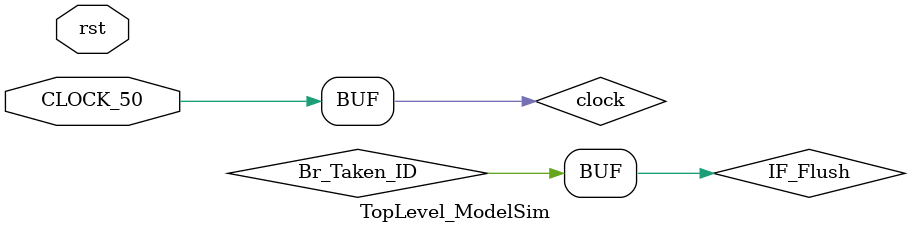
<source format=v>
module TopLevel_ModelSim (input CLOCK_50, input rst);
	wire clock = CLOCK_50;
	wire [31:0] PC_IF, PC_ID, PC_EXE, PC_MEM;
	wire [31:0] inst_IF, inst_ID;
	wire [31:0] reg1_ID, reg2_ID, ST_value_EXE, ST_value_MEM;
	wire [31:0] val1_ID, val1_EXE;
	wire [31:0] val2_ID, val2_EXE;
	wire [31:0] ALURes_EXE, ALURes_MEM, ALURes_WB;
	wire [31:0] dataMem_out_MEM, dataMem_out_WB;
	wire [31:0] WB_result;
	wire [4:0] dest_EXE, dest_MEM, dest_WB; // dest_ID = instruction[25:21] thus nothing declared
	wire [4:0] regFile_src1_in, regFile_src2_in;
	wire [3:0] EXE_CMD_ID, EXE_CMD_EXE;
	wire Br_Taken_ID, IF_Flush, Br_Taken_EXE;
	wire MEM_R_EN_ID, MEM_R_EN_EXE, MEM_R_EN_MEM, MEM_R_EN_WB;
	wire MEM_W_EN_ID, MEM_W_EN_EXE, MEM_W_EN_MEM;
	wire WB_EN_ID, WB_EN_EXE, WB_EN_MEM, WB_EN_WB;
	wire hazard_detected, is_imm, ST_or_BNE;

	regFile regFile(
		// INPUTS
		.clk(clock),
		.rst(rst),
		.src1(regFile_src1_in),
		.src2(regFile_src2_in),
		.dest(dest_WB),
		.writeVal(WB_result),
		.writeEn(WB_EN_WB),
		// OUTPUTS
		.reg1(reg1_ID),
		.reg2(reg2_ID)
	);

	hazard_detection hazard (
		.is_imm(is_imm),
		.ST_or_BNE(ST_or_BNE),
		.src1_ID(regFile_src1_in),
		.src2_ID(regFile_src2_in),
		.dest_EXE(dest_EXE),
		.dest_MEM(dest_MEM),
		.WB_EN_EXE(WB_EN_EXE),
		.WB_EN_MEM(WB_EN_MEM),
		.hazard_detected(hazard_detected)
	);

	//###########################
	//##### PIPLINE STAGES ######
	//###########################
	IFStage IFStage (
		// INPUTS
		.clk(clock),
		.rst(rst),
		.freeze(hazard_detected),
		.brTaken(Br_Taken_ID),
		.brOffset(val2_ID),
		// OUTPUTS
		.instruction(inst_IF),
		.PC(PC_IF)
	);

	IDStage IDStage (
		// INPUTS
		.clk(clock),
		.rst(rst),
		.hazard_detected_in(hazard_detected),
		.instruction(inst_ID),
		.reg1(reg1_ID),
		.reg2(reg2_ID),
		// OUTPUTS
		.src1(regFile_src1_in),
		.src2(regFile_src2_in),
		.val1(val1_ID),
		.val2(val2_ID),
		.brTaken(Br_Taken_ID),
		.EXE_CMD(EXE_CMD_ID),
		.MEM_R_EN(MEM_R_EN_ID),
		.MEM_W_EN(MEM_W_EN_ID),
		.WB_EN(WB_EN_ID),
		.is_imm_out(is_imm),
		.ST_or_BNE_out(ST_or_BNE)
	);

	EXEStage EXEStage (
		// INPUTS
		.clk(clock),
		.EXE_CMD(EXE_CMD_EXE),
		.val1(val1_EXE),
		.val2(val2_EXE),
		// OUTPUTS
		.ALUResult(ALURes_EXE)
	);

	MEMStage MEMStage (
		// INPUTS
		.clk(clock),
		.rst(rst),
		.MEM_R_EN(MEM_R_EN_MEM),
		.MEM_W_EN(MEM_W_EN_MEM),
		.ALU_res(ALURes_MEM),
		.ST_value(ST_value_MEM),
		// OUTPUTS
		.dataMem_out(dataMem_out_MEM)
	);

	WBStage WBStage (
		// INPUTS
		.MEM_R_EN(MEM_R_EN_WB),
		.memData(dataMem_out_WB),
		.aluRes(ALURes_WB),
		// OUTPUTS
		.WB_res(WB_result)
	);

	//###########################
	//#### PIPLINE REISTERS #####
	//###########################
	IF2ID IF2IDReg (
		// INPUTS
		.clk(clock),
		.rst(rst),
		.flush(IF_Flush),
		.freeze(hazard_detected),
		.PCIn(PC_IF),
		.instructionIn(inst_IF),
		// OUTPUTS
		.PC(PC_ID),
		.instruction(inst_ID)
	);

	ID2EXE ID2EXEReg (
		.clk(clock),
		.rst(rst),
		// INPUTS
		.destIn(inst_ID[25:21]),
		.reg2In(reg2_ID),
		.val1In(val1_ID),
		.val2In(val2_ID),
		.PCIn(PC_ID),
		.EXE_CMD_IN(EXE_CMD_ID),
		.MEM_R_EN_IN(MEM_R_EN_ID),
		.MEM_W_EN_IN(MEM_W_EN_ID),
		.WB_EN_IN(WB_EN_ID),
		.brTaken_in(Br_Taken_ID),
		// OUTPUTS
		.dest(dest_EXE),
		.ST_value(ST_value_EXE),
		.val1(val1_EXE),
		.val2(val2_EXE),
		.PC(PC_EXE),
		.EXE_CMD(EXE_CMD_EXE),
		.MEM_R_EN(MEM_R_EN_EXE),
		.MEM_W_EN(MEM_W_EN_EXE),
		.WB_EN(WB_EN_EXE),
		.brTaken_out(Br_Taken_EXE)
	);

	EXE2MEM EXE2MEMReg (
		.clk(clock),
		.rst(rst),
		// INPUTS
		.WB_EN_IN(WB_EN_EXE),
		.MEM_R_EN_IN(MEM_R_EN_EXE),
		.MEM_W_EN_IN(MEM_W_EN_EXE),
		.PCIn(PC_EXE),
		.ALUResIn(ALURes_EXE),
		.STValIn(ST_value_EXE),
		.destIn(dest_EXE),
		// OUTPUTS
		.WB_EN(WB_EN_MEM),
		.MEM_R_EN(MEM_R_EN_MEM),
		.MEM_W_EN(MEM_W_EN_MEM),
		.PC(PC_MEM),
		.ALURes(ALURes_MEM),
		.STVal(ST_value_MEM),
		.dest(dest_MEM)
	);

	MEM2WB MEM2WB(
		.clk(clock),
		.rst(rst),
		// INPUTS
		.WB_EN_IN(WB_EN_MEM),
		.MEM_R_EN_IN(MEM_R_EN_MEM),
		.ALUResIn(ALURes_MEM),
		.memReadValIn(dataMem_out_MEM),
		.destIn(dest_MEM),
		// OUTPUTS
		.WB_EN(WB_EN_WB),
		.MEM_R_EN(MEM_R_EN_WB),
		.ALURes(ALURes_WB),
		.memReadVal(dataMem_out_WB),
		.dest(dest_WB)
	);

	assign IF_Flush = Br_Taken_ID;
endmodule

</source>
